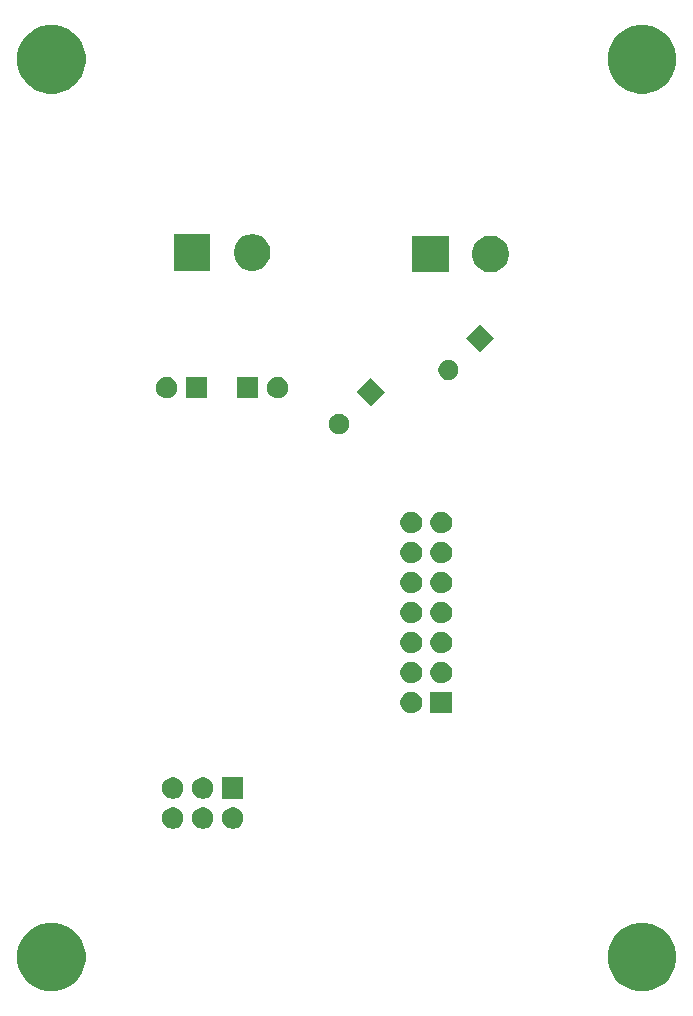
<source format=gbr>
G04 #@! TF.GenerationSoftware,KiCad,Pcbnew,5.1.5-52549c5~86~ubuntu18.04.1*
G04 #@! TF.CreationDate,2020-05-19T19:30:44+02:00*
G04 #@! TF.ProjectId,antenna_switch_comms,616e7465-6e6e-4615-9f73-77697463685f,rev?*
G04 #@! TF.SameCoordinates,Original*
G04 #@! TF.FileFunction,Soldermask,Bot*
G04 #@! TF.FilePolarity,Negative*
%FSLAX46Y46*%
G04 Gerber Fmt 4.6, Leading zero omitted, Abs format (unit mm)*
G04 Created by KiCad (PCBNEW 5.1.5-52549c5~86~ubuntu18.04.1) date 2020-05-19 19:30:44*
%MOMM*%
%LPD*%
G04 APERTURE LIST*
%ADD10C,0.100000*%
G04 APERTURE END LIST*
D10*
G36*
X160846189Y-183210483D02*
G01*
X160846192Y-183210484D01*
X160846191Y-183210484D01*
X161374139Y-183429167D01*
X161849280Y-183746646D01*
X162253354Y-184150720D01*
X162570833Y-184625861D01*
X162570834Y-184625863D01*
X162789517Y-185153811D01*
X162901000Y-185714275D01*
X162901000Y-186285725D01*
X162789517Y-186846189D01*
X162789516Y-186846191D01*
X162570833Y-187374139D01*
X162253354Y-187849280D01*
X161849280Y-188253354D01*
X161374139Y-188570833D01*
X161374138Y-188570834D01*
X161374137Y-188570834D01*
X160846189Y-188789517D01*
X160285725Y-188901000D01*
X159714275Y-188901000D01*
X159153811Y-188789517D01*
X158625863Y-188570834D01*
X158625862Y-188570834D01*
X158625861Y-188570833D01*
X158150720Y-188253354D01*
X157746646Y-187849280D01*
X157429167Y-187374139D01*
X157210484Y-186846191D01*
X157210483Y-186846189D01*
X157099000Y-186285725D01*
X157099000Y-185714275D01*
X157210483Y-185153811D01*
X157429166Y-184625863D01*
X157429167Y-184625861D01*
X157746646Y-184150720D01*
X158150720Y-183746646D01*
X158625861Y-183429167D01*
X159153809Y-183210484D01*
X159153808Y-183210484D01*
X159153811Y-183210483D01*
X159714275Y-183099000D01*
X160285725Y-183099000D01*
X160846189Y-183210483D01*
G37*
G36*
X110846189Y-183210483D02*
G01*
X110846192Y-183210484D01*
X110846191Y-183210484D01*
X111374139Y-183429167D01*
X111849280Y-183746646D01*
X112253354Y-184150720D01*
X112570833Y-184625861D01*
X112570834Y-184625863D01*
X112789517Y-185153811D01*
X112901000Y-185714275D01*
X112901000Y-186285725D01*
X112789517Y-186846189D01*
X112789516Y-186846191D01*
X112570833Y-187374139D01*
X112253354Y-187849280D01*
X111849280Y-188253354D01*
X111374139Y-188570833D01*
X111374138Y-188570834D01*
X111374137Y-188570834D01*
X110846189Y-188789517D01*
X110285725Y-188901000D01*
X109714275Y-188901000D01*
X109153811Y-188789517D01*
X108625863Y-188570834D01*
X108625862Y-188570834D01*
X108625861Y-188570833D01*
X108150720Y-188253354D01*
X107746646Y-187849280D01*
X107429167Y-187374139D01*
X107210484Y-186846191D01*
X107210483Y-186846189D01*
X107099000Y-186285725D01*
X107099000Y-185714275D01*
X107210483Y-185153811D01*
X107429166Y-184625863D01*
X107429167Y-184625861D01*
X107746646Y-184150720D01*
X108150720Y-183746646D01*
X108625861Y-183429167D01*
X109153809Y-183210484D01*
X109153808Y-183210484D01*
X109153811Y-183210483D01*
X109714275Y-183099000D01*
X110285725Y-183099000D01*
X110846189Y-183210483D01*
G37*
G36*
X123075778Y-173364547D02*
G01*
X123242224Y-173433491D01*
X123392022Y-173533583D01*
X123519417Y-173660978D01*
X123619509Y-173810776D01*
X123688453Y-173977222D01*
X123723600Y-174153918D01*
X123723600Y-174334082D01*
X123688453Y-174510778D01*
X123619509Y-174677224D01*
X123519417Y-174827022D01*
X123392022Y-174954417D01*
X123242224Y-175054509D01*
X123075778Y-175123453D01*
X122899082Y-175158600D01*
X122718918Y-175158600D01*
X122542222Y-175123453D01*
X122375776Y-175054509D01*
X122225978Y-174954417D01*
X122098583Y-174827022D01*
X121998491Y-174677224D01*
X121929547Y-174510778D01*
X121894400Y-174334082D01*
X121894400Y-174153918D01*
X121929547Y-173977222D01*
X121998491Y-173810776D01*
X122098583Y-173660978D01*
X122225978Y-173533583D01*
X122375776Y-173433491D01*
X122542222Y-173364547D01*
X122718918Y-173329400D01*
X122899082Y-173329400D01*
X123075778Y-173364547D01*
G37*
G36*
X125615778Y-173364547D02*
G01*
X125782224Y-173433491D01*
X125932022Y-173533583D01*
X126059417Y-173660978D01*
X126159509Y-173810776D01*
X126228453Y-173977222D01*
X126263600Y-174153918D01*
X126263600Y-174334082D01*
X126228453Y-174510778D01*
X126159509Y-174677224D01*
X126059417Y-174827022D01*
X125932022Y-174954417D01*
X125782224Y-175054509D01*
X125615778Y-175123453D01*
X125439082Y-175158600D01*
X125258918Y-175158600D01*
X125082222Y-175123453D01*
X124915776Y-175054509D01*
X124765978Y-174954417D01*
X124638583Y-174827022D01*
X124538491Y-174677224D01*
X124469547Y-174510778D01*
X124434400Y-174334082D01*
X124434400Y-174153918D01*
X124469547Y-173977222D01*
X124538491Y-173810776D01*
X124638583Y-173660978D01*
X124765978Y-173533583D01*
X124915776Y-173433491D01*
X125082222Y-173364547D01*
X125258918Y-173329400D01*
X125439082Y-173329400D01*
X125615778Y-173364547D01*
G37*
G36*
X120535778Y-173364547D02*
G01*
X120702224Y-173433491D01*
X120852022Y-173533583D01*
X120979417Y-173660978D01*
X121079509Y-173810776D01*
X121148453Y-173977222D01*
X121183600Y-174153918D01*
X121183600Y-174334082D01*
X121148453Y-174510778D01*
X121079509Y-174677224D01*
X120979417Y-174827022D01*
X120852022Y-174954417D01*
X120702224Y-175054509D01*
X120535778Y-175123453D01*
X120359082Y-175158600D01*
X120178918Y-175158600D01*
X120002222Y-175123453D01*
X119835776Y-175054509D01*
X119685978Y-174954417D01*
X119558583Y-174827022D01*
X119458491Y-174677224D01*
X119389547Y-174510778D01*
X119354400Y-174334082D01*
X119354400Y-174153918D01*
X119389547Y-173977222D01*
X119458491Y-173810776D01*
X119558583Y-173660978D01*
X119685978Y-173533583D01*
X119835776Y-173433491D01*
X120002222Y-173364547D01*
X120178918Y-173329400D01*
X120359082Y-173329400D01*
X120535778Y-173364547D01*
G37*
G36*
X126263600Y-172618600D02*
G01*
X124434400Y-172618600D01*
X124434400Y-170789400D01*
X126263600Y-170789400D01*
X126263600Y-172618600D01*
G37*
G36*
X123075778Y-170824547D02*
G01*
X123242224Y-170893491D01*
X123392022Y-170993583D01*
X123519417Y-171120978D01*
X123619509Y-171270776D01*
X123688453Y-171437222D01*
X123723600Y-171613918D01*
X123723600Y-171794082D01*
X123688453Y-171970778D01*
X123619509Y-172137224D01*
X123519417Y-172287022D01*
X123392022Y-172414417D01*
X123242224Y-172514509D01*
X123075778Y-172583453D01*
X122899082Y-172618600D01*
X122718918Y-172618600D01*
X122542222Y-172583453D01*
X122375776Y-172514509D01*
X122225978Y-172414417D01*
X122098583Y-172287022D01*
X121998491Y-172137224D01*
X121929547Y-171970778D01*
X121894400Y-171794082D01*
X121894400Y-171613918D01*
X121929547Y-171437222D01*
X121998491Y-171270776D01*
X122098583Y-171120978D01*
X122225978Y-170993583D01*
X122375776Y-170893491D01*
X122542222Y-170824547D01*
X122718918Y-170789400D01*
X122899082Y-170789400D01*
X123075778Y-170824547D01*
G37*
G36*
X120535778Y-170824547D02*
G01*
X120702224Y-170893491D01*
X120852022Y-170993583D01*
X120979417Y-171120978D01*
X121079509Y-171270776D01*
X121148453Y-171437222D01*
X121183600Y-171613918D01*
X121183600Y-171794082D01*
X121148453Y-171970778D01*
X121079509Y-172137224D01*
X120979417Y-172287022D01*
X120852022Y-172414417D01*
X120702224Y-172514509D01*
X120535778Y-172583453D01*
X120359082Y-172618600D01*
X120178918Y-172618600D01*
X120002222Y-172583453D01*
X119835776Y-172514509D01*
X119685978Y-172414417D01*
X119558583Y-172287022D01*
X119458491Y-172137224D01*
X119389547Y-171970778D01*
X119354400Y-171794082D01*
X119354400Y-171613918D01*
X119389547Y-171437222D01*
X119458491Y-171270776D01*
X119558583Y-171120978D01*
X119685978Y-170993583D01*
X119835776Y-170893491D01*
X120002222Y-170824547D01*
X120178918Y-170789400D01*
X120359082Y-170789400D01*
X120535778Y-170824547D01*
G37*
G36*
X143916600Y-165379600D02*
G01*
X142087400Y-165379600D01*
X142087400Y-163550400D01*
X143916600Y-163550400D01*
X143916600Y-165379600D01*
G37*
G36*
X140728778Y-163585547D02*
G01*
X140895224Y-163654491D01*
X141045022Y-163754583D01*
X141172417Y-163881978D01*
X141272509Y-164031776D01*
X141341453Y-164198222D01*
X141376600Y-164374918D01*
X141376600Y-164555082D01*
X141341453Y-164731778D01*
X141272509Y-164898224D01*
X141172417Y-165048022D01*
X141045022Y-165175417D01*
X140895224Y-165275509D01*
X140728778Y-165344453D01*
X140552082Y-165379600D01*
X140371918Y-165379600D01*
X140195222Y-165344453D01*
X140028776Y-165275509D01*
X139878978Y-165175417D01*
X139751583Y-165048022D01*
X139651491Y-164898224D01*
X139582547Y-164731778D01*
X139547400Y-164555082D01*
X139547400Y-164374918D01*
X139582547Y-164198222D01*
X139651491Y-164031776D01*
X139751583Y-163881978D01*
X139878978Y-163754583D01*
X140028776Y-163654491D01*
X140195222Y-163585547D01*
X140371918Y-163550400D01*
X140552082Y-163550400D01*
X140728778Y-163585547D01*
G37*
G36*
X143268778Y-161045547D02*
G01*
X143435224Y-161114491D01*
X143585022Y-161214583D01*
X143712417Y-161341978D01*
X143812509Y-161491776D01*
X143881453Y-161658222D01*
X143916600Y-161834918D01*
X143916600Y-162015082D01*
X143881453Y-162191778D01*
X143812509Y-162358224D01*
X143712417Y-162508022D01*
X143585022Y-162635417D01*
X143435224Y-162735509D01*
X143268778Y-162804453D01*
X143092082Y-162839600D01*
X142911918Y-162839600D01*
X142735222Y-162804453D01*
X142568776Y-162735509D01*
X142418978Y-162635417D01*
X142291583Y-162508022D01*
X142191491Y-162358224D01*
X142122547Y-162191778D01*
X142087400Y-162015082D01*
X142087400Y-161834918D01*
X142122547Y-161658222D01*
X142191491Y-161491776D01*
X142291583Y-161341978D01*
X142418978Y-161214583D01*
X142568776Y-161114491D01*
X142735222Y-161045547D01*
X142911918Y-161010400D01*
X143092082Y-161010400D01*
X143268778Y-161045547D01*
G37*
G36*
X140728778Y-161045547D02*
G01*
X140895224Y-161114491D01*
X141045022Y-161214583D01*
X141172417Y-161341978D01*
X141272509Y-161491776D01*
X141341453Y-161658222D01*
X141376600Y-161834918D01*
X141376600Y-162015082D01*
X141341453Y-162191778D01*
X141272509Y-162358224D01*
X141172417Y-162508022D01*
X141045022Y-162635417D01*
X140895224Y-162735509D01*
X140728778Y-162804453D01*
X140552082Y-162839600D01*
X140371918Y-162839600D01*
X140195222Y-162804453D01*
X140028776Y-162735509D01*
X139878978Y-162635417D01*
X139751583Y-162508022D01*
X139651491Y-162358224D01*
X139582547Y-162191778D01*
X139547400Y-162015082D01*
X139547400Y-161834918D01*
X139582547Y-161658222D01*
X139651491Y-161491776D01*
X139751583Y-161341978D01*
X139878978Y-161214583D01*
X140028776Y-161114491D01*
X140195222Y-161045547D01*
X140371918Y-161010400D01*
X140552082Y-161010400D01*
X140728778Y-161045547D01*
G37*
G36*
X143268778Y-158505547D02*
G01*
X143435224Y-158574491D01*
X143585022Y-158674583D01*
X143712417Y-158801978D01*
X143812509Y-158951776D01*
X143881453Y-159118222D01*
X143916600Y-159294918D01*
X143916600Y-159475082D01*
X143881453Y-159651778D01*
X143812509Y-159818224D01*
X143712417Y-159968022D01*
X143585022Y-160095417D01*
X143435224Y-160195509D01*
X143268778Y-160264453D01*
X143092082Y-160299600D01*
X142911918Y-160299600D01*
X142735222Y-160264453D01*
X142568776Y-160195509D01*
X142418978Y-160095417D01*
X142291583Y-159968022D01*
X142191491Y-159818224D01*
X142122547Y-159651778D01*
X142087400Y-159475082D01*
X142087400Y-159294918D01*
X142122547Y-159118222D01*
X142191491Y-158951776D01*
X142291583Y-158801978D01*
X142418978Y-158674583D01*
X142568776Y-158574491D01*
X142735222Y-158505547D01*
X142911918Y-158470400D01*
X143092082Y-158470400D01*
X143268778Y-158505547D01*
G37*
G36*
X140728778Y-158505547D02*
G01*
X140895224Y-158574491D01*
X141045022Y-158674583D01*
X141172417Y-158801978D01*
X141272509Y-158951776D01*
X141341453Y-159118222D01*
X141376600Y-159294918D01*
X141376600Y-159475082D01*
X141341453Y-159651778D01*
X141272509Y-159818224D01*
X141172417Y-159968022D01*
X141045022Y-160095417D01*
X140895224Y-160195509D01*
X140728778Y-160264453D01*
X140552082Y-160299600D01*
X140371918Y-160299600D01*
X140195222Y-160264453D01*
X140028776Y-160195509D01*
X139878978Y-160095417D01*
X139751583Y-159968022D01*
X139651491Y-159818224D01*
X139582547Y-159651778D01*
X139547400Y-159475082D01*
X139547400Y-159294918D01*
X139582547Y-159118222D01*
X139651491Y-158951776D01*
X139751583Y-158801978D01*
X139878978Y-158674583D01*
X140028776Y-158574491D01*
X140195222Y-158505547D01*
X140371918Y-158470400D01*
X140552082Y-158470400D01*
X140728778Y-158505547D01*
G37*
G36*
X143268778Y-155965547D02*
G01*
X143435224Y-156034491D01*
X143585022Y-156134583D01*
X143712417Y-156261978D01*
X143812509Y-156411776D01*
X143881453Y-156578222D01*
X143916600Y-156754918D01*
X143916600Y-156935082D01*
X143881453Y-157111778D01*
X143812509Y-157278224D01*
X143712417Y-157428022D01*
X143585022Y-157555417D01*
X143435224Y-157655509D01*
X143268778Y-157724453D01*
X143092082Y-157759600D01*
X142911918Y-157759600D01*
X142735222Y-157724453D01*
X142568776Y-157655509D01*
X142418978Y-157555417D01*
X142291583Y-157428022D01*
X142191491Y-157278224D01*
X142122547Y-157111778D01*
X142087400Y-156935082D01*
X142087400Y-156754918D01*
X142122547Y-156578222D01*
X142191491Y-156411776D01*
X142291583Y-156261978D01*
X142418978Y-156134583D01*
X142568776Y-156034491D01*
X142735222Y-155965547D01*
X142911918Y-155930400D01*
X143092082Y-155930400D01*
X143268778Y-155965547D01*
G37*
G36*
X140728778Y-155965547D02*
G01*
X140895224Y-156034491D01*
X141045022Y-156134583D01*
X141172417Y-156261978D01*
X141272509Y-156411776D01*
X141341453Y-156578222D01*
X141376600Y-156754918D01*
X141376600Y-156935082D01*
X141341453Y-157111778D01*
X141272509Y-157278224D01*
X141172417Y-157428022D01*
X141045022Y-157555417D01*
X140895224Y-157655509D01*
X140728778Y-157724453D01*
X140552082Y-157759600D01*
X140371918Y-157759600D01*
X140195222Y-157724453D01*
X140028776Y-157655509D01*
X139878978Y-157555417D01*
X139751583Y-157428022D01*
X139651491Y-157278224D01*
X139582547Y-157111778D01*
X139547400Y-156935082D01*
X139547400Y-156754918D01*
X139582547Y-156578222D01*
X139651491Y-156411776D01*
X139751583Y-156261978D01*
X139878978Y-156134583D01*
X140028776Y-156034491D01*
X140195222Y-155965547D01*
X140371918Y-155930400D01*
X140552082Y-155930400D01*
X140728778Y-155965547D01*
G37*
G36*
X140728778Y-153425547D02*
G01*
X140895224Y-153494491D01*
X141045022Y-153594583D01*
X141172417Y-153721978D01*
X141272509Y-153871776D01*
X141341453Y-154038222D01*
X141376600Y-154214918D01*
X141376600Y-154395082D01*
X141341453Y-154571778D01*
X141272509Y-154738224D01*
X141172417Y-154888022D01*
X141045022Y-155015417D01*
X140895224Y-155115509D01*
X140728778Y-155184453D01*
X140552082Y-155219600D01*
X140371918Y-155219600D01*
X140195222Y-155184453D01*
X140028776Y-155115509D01*
X139878978Y-155015417D01*
X139751583Y-154888022D01*
X139651491Y-154738224D01*
X139582547Y-154571778D01*
X139547400Y-154395082D01*
X139547400Y-154214918D01*
X139582547Y-154038222D01*
X139651491Y-153871776D01*
X139751583Y-153721978D01*
X139878978Y-153594583D01*
X140028776Y-153494491D01*
X140195222Y-153425547D01*
X140371918Y-153390400D01*
X140552082Y-153390400D01*
X140728778Y-153425547D01*
G37*
G36*
X143268778Y-153425547D02*
G01*
X143435224Y-153494491D01*
X143585022Y-153594583D01*
X143712417Y-153721978D01*
X143812509Y-153871776D01*
X143881453Y-154038222D01*
X143916600Y-154214918D01*
X143916600Y-154395082D01*
X143881453Y-154571778D01*
X143812509Y-154738224D01*
X143712417Y-154888022D01*
X143585022Y-155015417D01*
X143435224Y-155115509D01*
X143268778Y-155184453D01*
X143092082Y-155219600D01*
X142911918Y-155219600D01*
X142735222Y-155184453D01*
X142568776Y-155115509D01*
X142418978Y-155015417D01*
X142291583Y-154888022D01*
X142191491Y-154738224D01*
X142122547Y-154571778D01*
X142087400Y-154395082D01*
X142087400Y-154214918D01*
X142122547Y-154038222D01*
X142191491Y-153871776D01*
X142291583Y-153721978D01*
X142418978Y-153594583D01*
X142568776Y-153494491D01*
X142735222Y-153425547D01*
X142911918Y-153390400D01*
X143092082Y-153390400D01*
X143268778Y-153425547D01*
G37*
G36*
X140728778Y-150885547D02*
G01*
X140895224Y-150954491D01*
X141045022Y-151054583D01*
X141172417Y-151181978D01*
X141272509Y-151331776D01*
X141341453Y-151498222D01*
X141376600Y-151674918D01*
X141376600Y-151855082D01*
X141341453Y-152031778D01*
X141272509Y-152198224D01*
X141172417Y-152348022D01*
X141045022Y-152475417D01*
X140895224Y-152575509D01*
X140728778Y-152644453D01*
X140552082Y-152679600D01*
X140371918Y-152679600D01*
X140195222Y-152644453D01*
X140028776Y-152575509D01*
X139878978Y-152475417D01*
X139751583Y-152348022D01*
X139651491Y-152198224D01*
X139582547Y-152031778D01*
X139547400Y-151855082D01*
X139547400Y-151674918D01*
X139582547Y-151498222D01*
X139651491Y-151331776D01*
X139751583Y-151181978D01*
X139878978Y-151054583D01*
X140028776Y-150954491D01*
X140195222Y-150885547D01*
X140371918Y-150850400D01*
X140552082Y-150850400D01*
X140728778Y-150885547D01*
G37*
G36*
X143268778Y-150885547D02*
G01*
X143435224Y-150954491D01*
X143585022Y-151054583D01*
X143712417Y-151181978D01*
X143812509Y-151331776D01*
X143881453Y-151498222D01*
X143916600Y-151674918D01*
X143916600Y-151855082D01*
X143881453Y-152031778D01*
X143812509Y-152198224D01*
X143712417Y-152348022D01*
X143585022Y-152475417D01*
X143435224Y-152575509D01*
X143268778Y-152644453D01*
X143092082Y-152679600D01*
X142911918Y-152679600D01*
X142735222Y-152644453D01*
X142568776Y-152575509D01*
X142418978Y-152475417D01*
X142291583Y-152348022D01*
X142191491Y-152198224D01*
X142122547Y-152031778D01*
X142087400Y-151855082D01*
X142087400Y-151674918D01*
X142122547Y-151498222D01*
X142191491Y-151331776D01*
X142291583Y-151181978D01*
X142418978Y-151054583D01*
X142568776Y-150954491D01*
X142735222Y-150885547D01*
X142911918Y-150850400D01*
X143092082Y-150850400D01*
X143268778Y-150885547D01*
G37*
G36*
X143268778Y-148345547D02*
G01*
X143435224Y-148414491D01*
X143585022Y-148514583D01*
X143712417Y-148641978D01*
X143812509Y-148791776D01*
X143881453Y-148958222D01*
X143916600Y-149134918D01*
X143916600Y-149315082D01*
X143881453Y-149491778D01*
X143812509Y-149658224D01*
X143712417Y-149808022D01*
X143585022Y-149935417D01*
X143435224Y-150035509D01*
X143268778Y-150104453D01*
X143092082Y-150139600D01*
X142911918Y-150139600D01*
X142735222Y-150104453D01*
X142568776Y-150035509D01*
X142418978Y-149935417D01*
X142291583Y-149808022D01*
X142191491Y-149658224D01*
X142122547Y-149491778D01*
X142087400Y-149315082D01*
X142087400Y-149134918D01*
X142122547Y-148958222D01*
X142191491Y-148791776D01*
X142291583Y-148641978D01*
X142418978Y-148514583D01*
X142568776Y-148414491D01*
X142735222Y-148345547D01*
X142911918Y-148310400D01*
X143092082Y-148310400D01*
X143268778Y-148345547D01*
G37*
G36*
X140728778Y-148345547D02*
G01*
X140895224Y-148414491D01*
X141045022Y-148514583D01*
X141172417Y-148641978D01*
X141272509Y-148791776D01*
X141341453Y-148958222D01*
X141376600Y-149134918D01*
X141376600Y-149315082D01*
X141341453Y-149491778D01*
X141272509Y-149658224D01*
X141172417Y-149808022D01*
X141045022Y-149935417D01*
X140895224Y-150035509D01*
X140728778Y-150104453D01*
X140552082Y-150139600D01*
X140371918Y-150139600D01*
X140195222Y-150104453D01*
X140028776Y-150035509D01*
X139878978Y-149935417D01*
X139751583Y-149808022D01*
X139651491Y-149658224D01*
X139582547Y-149491778D01*
X139547400Y-149315082D01*
X139547400Y-149134918D01*
X139582547Y-148958222D01*
X139651491Y-148791776D01*
X139751583Y-148641978D01*
X139878978Y-148514583D01*
X140028776Y-148414491D01*
X140195222Y-148345547D01*
X140371918Y-148310400D01*
X140552082Y-148310400D01*
X140728778Y-148345547D01*
G37*
G36*
X134594222Y-140044709D02*
G01*
X134749094Y-140108859D01*
X134888475Y-140201991D01*
X135007009Y-140320525D01*
X135100141Y-140459906D01*
X135164291Y-140614778D01*
X135196994Y-140779190D01*
X135196994Y-140946822D01*
X135164291Y-141111234D01*
X135100141Y-141266106D01*
X135007009Y-141405487D01*
X134888475Y-141524021D01*
X134749094Y-141617153D01*
X134594222Y-141681303D01*
X134429810Y-141714006D01*
X134262178Y-141714006D01*
X134097766Y-141681303D01*
X133942894Y-141617153D01*
X133803513Y-141524021D01*
X133684979Y-141405487D01*
X133591847Y-141266106D01*
X133527697Y-141111234D01*
X133494994Y-140946822D01*
X133494994Y-140779190D01*
X133527697Y-140614778D01*
X133591847Y-140459906D01*
X133684979Y-140320525D01*
X133803513Y-140201991D01*
X133942894Y-140108859D01*
X134097766Y-140044709D01*
X134262178Y-140012006D01*
X134429810Y-140012006D01*
X134594222Y-140044709D01*
G37*
G36*
X138236496Y-138176000D02*
G01*
X137033000Y-139379496D01*
X135829504Y-138176000D01*
X137033000Y-136972504D01*
X138236496Y-138176000D01*
G37*
G36*
X119874512Y-136898927D02*
G01*
X120023812Y-136928624D01*
X120187784Y-136996544D01*
X120335354Y-137095147D01*
X120460853Y-137220646D01*
X120559456Y-137368216D01*
X120627376Y-137532188D01*
X120662000Y-137706259D01*
X120662000Y-137883741D01*
X120627376Y-138057812D01*
X120559456Y-138221784D01*
X120460853Y-138369354D01*
X120335354Y-138494853D01*
X120187784Y-138593456D01*
X120023812Y-138661376D01*
X119874512Y-138691073D01*
X119849742Y-138696000D01*
X119672258Y-138696000D01*
X119647488Y-138691073D01*
X119498188Y-138661376D01*
X119334216Y-138593456D01*
X119186646Y-138494853D01*
X119061147Y-138369354D01*
X118962544Y-138221784D01*
X118894624Y-138057812D01*
X118860000Y-137883741D01*
X118860000Y-137706259D01*
X118894624Y-137532188D01*
X118962544Y-137368216D01*
X119061147Y-137220646D01*
X119186646Y-137095147D01*
X119334216Y-136996544D01*
X119498188Y-136928624D01*
X119647488Y-136898927D01*
X119672258Y-136894000D01*
X119849742Y-136894000D01*
X119874512Y-136898927D01*
G37*
G36*
X123202000Y-138696000D02*
G01*
X121400000Y-138696000D01*
X121400000Y-136894000D01*
X123202000Y-136894000D01*
X123202000Y-138696000D01*
G37*
G36*
X127520000Y-138696000D02*
G01*
X125718000Y-138696000D01*
X125718000Y-136894000D01*
X127520000Y-136894000D01*
X127520000Y-138696000D01*
G37*
G36*
X129272512Y-136898927D02*
G01*
X129421812Y-136928624D01*
X129585784Y-136996544D01*
X129733354Y-137095147D01*
X129858853Y-137220646D01*
X129957456Y-137368216D01*
X130025376Y-137532188D01*
X130060000Y-137706259D01*
X130060000Y-137883741D01*
X130025376Y-138057812D01*
X129957456Y-138221784D01*
X129858853Y-138369354D01*
X129733354Y-138494853D01*
X129585784Y-138593456D01*
X129421812Y-138661376D01*
X129272512Y-138691073D01*
X129247742Y-138696000D01*
X129070258Y-138696000D01*
X129045488Y-138691073D01*
X128896188Y-138661376D01*
X128732216Y-138593456D01*
X128584646Y-138494853D01*
X128459147Y-138369354D01*
X128360544Y-138221784D01*
X128292624Y-138057812D01*
X128258000Y-137883741D01*
X128258000Y-137706259D01*
X128292624Y-137532188D01*
X128360544Y-137368216D01*
X128459147Y-137220646D01*
X128584646Y-137095147D01*
X128732216Y-136996544D01*
X128896188Y-136928624D01*
X129045488Y-136898927D01*
X129070258Y-136894000D01*
X129247742Y-136894000D01*
X129272512Y-136898927D01*
G37*
G36*
X143865222Y-135472709D02*
G01*
X144020094Y-135536859D01*
X144159475Y-135629991D01*
X144278009Y-135748525D01*
X144371141Y-135887906D01*
X144435291Y-136042778D01*
X144467994Y-136207190D01*
X144467994Y-136374822D01*
X144435291Y-136539234D01*
X144371141Y-136694106D01*
X144278009Y-136833487D01*
X144159475Y-136952021D01*
X144020094Y-137045153D01*
X143865222Y-137109303D01*
X143700810Y-137142006D01*
X143533178Y-137142006D01*
X143368766Y-137109303D01*
X143213894Y-137045153D01*
X143074513Y-136952021D01*
X142955979Y-136833487D01*
X142862847Y-136694106D01*
X142798697Y-136539234D01*
X142765994Y-136374822D01*
X142765994Y-136207190D01*
X142798697Y-136042778D01*
X142862847Y-135887906D01*
X142955979Y-135748525D01*
X143074513Y-135629991D01*
X143213894Y-135536859D01*
X143368766Y-135472709D01*
X143533178Y-135440006D01*
X143700810Y-135440006D01*
X143865222Y-135472709D01*
G37*
G36*
X147507496Y-133604000D02*
G01*
X146304000Y-134807496D01*
X145100504Y-133604000D01*
X146304000Y-132400504D01*
X147507496Y-133604000D01*
G37*
G36*
X143664000Y-128043000D02*
G01*
X140562000Y-128043000D01*
X140562000Y-124941000D01*
X143664000Y-124941000D01*
X143664000Y-128043000D01*
G37*
G36*
X147495585Y-124970802D02*
G01*
X147645410Y-125000604D01*
X147927674Y-125117521D01*
X148181705Y-125287259D01*
X148397741Y-125503295D01*
X148567479Y-125757326D01*
X148684396Y-126039590D01*
X148744000Y-126339240D01*
X148744000Y-126644760D01*
X148684396Y-126944410D01*
X148567479Y-127226674D01*
X148397741Y-127480705D01*
X148181705Y-127696741D01*
X147927674Y-127866479D01*
X147645410Y-127983396D01*
X147495585Y-128013198D01*
X147345761Y-128043000D01*
X147040239Y-128043000D01*
X146890415Y-128013198D01*
X146740590Y-127983396D01*
X146458326Y-127866479D01*
X146204295Y-127696741D01*
X145988259Y-127480705D01*
X145818521Y-127226674D01*
X145701604Y-126944410D01*
X145642000Y-126644760D01*
X145642000Y-126339240D01*
X145701604Y-126039590D01*
X145818521Y-125757326D01*
X145988259Y-125503295D01*
X146204295Y-125287259D01*
X146458326Y-125117521D01*
X146740590Y-125000604D01*
X146890415Y-124970802D01*
X147040239Y-124941000D01*
X147345761Y-124941000D01*
X147495585Y-124970802D01*
G37*
G36*
X123471000Y-127916000D02*
G01*
X120369000Y-127916000D01*
X120369000Y-124814000D01*
X123471000Y-124814000D01*
X123471000Y-127916000D01*
G37*
G36*
X127302585Y-124843802D02*
G01*
X127452410Y-124873604D01*
X127734674Y-124990521D01*
X127988705Y-125160259D01*
X128204741Y-125376295D01*
X128374479Y-125630326D01*
X128491396Y-125912590D01*
X128551000Y-126212240D01*
X128551000Y-126517760D01*
X128491396Y-126817410D01*
X128374479Y-127099674D01*
X128204741Y-127353705D01*
X127988705Y-127569741D01*
X127734674Y-127739479D01*
X127452410Y-127856396D01*
X127401719Y-127866479D01*
X127152761Y-127916000D01*
X126847239Y-127916000D01*
X126598281Y-127866479D01*
X126547590Y-127856396D01*
X126265326Y-127739479D01*
X126011295Y-127569741D01*
X125795259Y-127353705D01*
X125625521Y-127099674D01*
X125508604Y-126817410D01*
X125449000Y-126517760D01*
X125449000Y-126212240D01*
X125508604Y-125912590D01*
X125625521Y-125630326D01*
X125795259Y-125376295D01*
X126011295Y-125160259D01*
X126265326Y-124990521D01*
X126547590Y-124873604D01*
X126697415Y-124843802D01*
X126847239Y-124814000D01*
X127152761Y-124814000D01*
X127302585Y-124843802D01*
G37*
G36*
X160846189Y-107210483D02*
G01*
X160846192Y-107210484D01*
X160846191Y-107210484D01*
X161374139Y-107429167D01*
X161849280Y-107746646D01*
X162253354Y-108150720D01*
X162570833Y-108625861D01*
X162570834Y-108625863D01*
X162789517Y-109153811D01*
X162901000Y-109714275D01*
X162901000Y-110285725D01*
X162789517Y-110846189D01*
X162789516Y-110846191D01*
X162570833Y-111374139D01*
X162253354Y-111849280D01*
X161849280Y-112253354D01*
X161374139Y-112570833D01*
X161374138Y-112570834D01*
X161374137Y-112570834D01*
X160846189Y-112789517D01*
X160285725Y-112901000D01*
X159714275Y-112901000D01*
X159153811Y-112789517D01*
X158625863Y-112570834D01*
X158625862Y-112570834D01*
X158625861Y-112570833D01*
X158150720Y-112253354D01*
X157746646Y-111849280D01*
X157429167Y-111374139D01*
X157210484Y-110846191D01*
X157210483Y-110846189D01*
X157099000Y-110285725D01*
X157099000Y-109714275D01*
X157210483Y-109153811D01*
X157429166Y-108625863D01*
X157429167Y-108625861D01*
X157746646Y-108150720D01*
X158150720Y-107746646D01*
X158625861Y-107429167D01*
X159153809Y-107210484D01*
X159153808Y-107210484D01*
X159153811Y-107210483D01*
X159714275Y-107099000D01*
X160285725Y-107099000D01*
X160846189Y-107210483D01*
G37*
G36*
X110846189Y-107210483D02*
G01*
X110846192Y-107210484D01*
X110846191Y-107210484D01*
X111374139Y-107429167D01*
X111849280Y-107746646D01*
X112253354Y-108150720D01*
X112570833Y-108625861D01*
X112570834Y-108625863D01*
X112789517Y-109153811D01*
X112901000Y-109714275D01*
X112901000Y-110285725D01*
X112789517Y-110846189D01*
X112789516Y-110846191D01*
X112570833Y-111374139D01*
X112253354Y-111849280D01*
X111849280Y-112253354D01*
X111374139Y-112570833D01*
X111374138Y-112570834D01*
X111374137Y-112570834D01*
X110846189Y-112789517D01*
X110285725Y-112901000D01*
X109714275Y-112901000D01*
X109153811Y-112789517D01*
X108625863Y-112570834D01*
X108625862Y-112570834D01*
X108625861Y-112570833D01*
X108150720Y-112253354D01*
X107746646Y-111849280D01*
X107429167Y-111374139D01*
X107210484Y-110846191D01*
X107210483Y-110846189D01*
X107099000Y-110285725D01*
X107099000Y-109714275D01*
X107210483Y-109153811D01*
X107429166Y-108625863D01*
X107429167Y-108625861D01*
X107746646Y-108150720D01*
X108150720Y-107746646D01*
X108625861Y-107429167D01*
X109153809Y-107210484D01*
X109153808Y-107210484D01*
X109153811Y-107210483D01*
X109714275Y-107099000D01*
X110285725Y-107099000D01*
X110846189Y-107210483D01*
G37*
M02*

</source>
